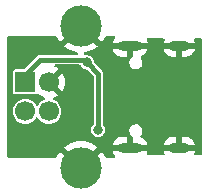
<source format=gbr>
%TF.GenerationSoftware,KiCad,Pcbnew,(6.0.11)*%
%TF.CreationDate,2023-06-18T18:32:15-07:00*%
%TF.ProjectId,usb-b-adapter,7573622d-622d-4616-9461-707465722e6b,rev?*%
%TF.SameCoordinates,Original*%
%TF.FileFunction,Copper,L2,Bot*%
%TF.FilePolarity,Positive*%
%FSLAX46Y46*%
G04 Gerber Fmt 4.6, Leading zero omitted, Abs format (unit mm)*
G04 Created by KiCad (PCBNEW (6.0.11)) date 2023-06-18 18:32:15*
%MOMM*%
%LPD*%
G01*
G04 APERTURE LIST*
%TA.AperFunction,ComponentPad*%
%ADD10R,1.700000X1.700000*%
%TD*%
%TA.AperFunction,ComponentPad*%
%ADD11C,1.700000*%
%TD*%
%TA.AperFunction,CastellatedPad*%
%ADD12C,3.500000*%
%TD*%
%TA.AperFunction,ComponentPad*%
%ADD13O,2.000000X0.900000*%
%TD*%
%TA.AperFunction,ComponentPad*%
%ADD14O,1.700000X0.900000*%
%TD*%
%TA.AperFunction,ViaPad*%
%ADD15C,0.800000*%
%TD*%
%TA.AperFunction,Conductor*%
%ADD16C,0.400000*%
%TD*%
G04 APERTURE END LIST*
D10*
%TO.P,J1,1,VBUS*%
%TO.N,VBUS*%
X121920000Y-104140000D03*
D11*
%TO.P,J1,2,D-*%
%TO.N,/D-*%
X121920000Y-106640000D03*
%TO.P,J1,3,D+*%
%TO.N,/D+*%
X123920000Y-106640000D03*
%TO.P,J1,4,GND*%
%TO.N,GND*%
X123920000Y-104140000D03*
D12*
%TO.P,J1,5,Shield*%
X126630000Y-111410000D03*
X126630000Y-99370000D03*
%TD*%
D13*
%TO.P,J2,S1,SHIELD*%
%TO.N,GND*%
X130792500Y-109725000D03*
%TO.P,J2,S2,SHIELD*%
X130792500Y-101075000D03*
D14*
%TO.P,J2,S3,SHIELD*%
X134962500Y-109725000D03*
%TO.P,J2,S4,SHIELD*%
X134962500Y-101075000D03*
%TD*%
D15*
%TO.N,VBUS*%
X128100000Y-108200000D03*
X127150000Y-102500000D03*
%TO.N,GND*%
X120800000Y-109000000D03*
X126900000Y-107200000D03*
X132950000Y-101050000D03*
X132900000Y-109750000D03*
X126850000Y-103700000D03*
X120850000Y-101700000D03*
%TD*%
D16*
%TO.N,VBUS*%
X123200000Y-102250000D02*
X126900000Y-102250000D01*
X121920000Y-104140000D02*
X121920000Y-103530000D01*
X126900000Y-102250000D02*
X127150000Y-102500000D01*
X121920000Y-103530000D02*
X123100000Y-102350000D01*
X128100000Y-108200000D02*
X128100000Y-103450000D01*
X123100000Y-102350000D02*
X123200000Y-102250000D01*
X128100000Y-103450000D02*
X127150000Y-102500000D01*
%TD*%
%TA.AperFunction,Conductor*%
%TO.N,GND*%
G36*
X124536100Y-100270002D02*
G01*
X124580985Y-100320272D01*
X124668490Y-100497714D01*
X124672614Y-100504857D01*
X124832470Y-100744099D01*
X124837488Y-100750639D01*
X124850147Y-100765074D01*
X124863386Y-100773472D01*
X124873151Y-100767638D01*
X125390789Y-100250000D01*
X126109210Y-100250000D01*
X125234116Y-101125095D01*
X125226601Y-101138856D01*
X125233059Y-101148216D01*
X125249361Y-101162512D01*
X125255901Y-101167530D01*
X125495144Y-101327387D01*
X125502281Y-101331508D01*
X125760349Y-101458772D01*
X125767953Y-101461922D01*
X126040420Y-101554412D01*
X126048383Y-101556546D01*
X126266444Y-101599921D01*
X126329353Y-101632829D01*
X126364485Y-101694524D01*
X126360685Y-101765418D01*
X126319159Y-101823004D01*
X126253092Y-101848999D01*
X126241862Y-101849500D01*
X123168481Y-101849500D01*
X123168477Y-101849501D01*
X123136567Y-101849501D01*
X123127140Y-101852564D01*
X123127133Y-101852565D01*
X123115647Y-101856297D01*
X123096427Y-101860911D01*
X123084493Y-101862801D01*
X123084485Y-101862803D01*
X123074696Y-101864354D01*
X123065865Y-101868854D01*
X123065861Y-101868855D01*
X123055093Y-101874342D01*
X123036832Y-101881906D01*
X123015910Y-101888704D01*
X123000918Y-101899597D01*
X122998116Y-101901632D01*
X122981259Y-101911962D01*
X122970493Y-101917448D01*
X122970492Y-101917449D01*
X122961658Y-101921950D01*
X122939091Y-101944517D01*
X122839092Y-102044515D01*
X121831012Y-103052595D01*
X121768700Y-103086621D01*
X121741917Y-103089500D01*
X121050252Y-103089500D01*
X121044184Y-103090707D01*
X121003939Y-103098712D01*
X121003938Y-103098712D01*
X120991769Y-103101133D01*
X120925448Y-103145448D01*
X120881133Y-103211769D01*
X120869500Y-103270252D01*
X120869500Y-105009748D01*
X120881133Y-105068231D01*
X120925448Y-105134552D01*
X120991769Y-105178867D01*
X121003938Y-105181288D01*
X121003939Y-105181288D01*
X121044184Y-105189293D01*
X121050252Y-105190500D01*
X122789748Y-105190500D01*
X122795816Y-105189293D01*
X122836061Y-105181288D01*
X122836062Y-105181288D01*
X122848231Y-105178867D01*
X122858546Y-105171975D01*
X122858550Y-105171973D01*
X122879228Y-105158156D01*
X122946981Y-105136941D01*
X123015448Y-105155724D01*
X123029715Y-105165977D01*
X123134434Y-105252916D01*
X123142881Y-105258831D01*
X123326756Y-105366279D01*
X123336043Y-105370729D01*
X123504861Y-105435194D01*
X123561364Y-105478181D01*
X123585657Y-105544893D01*
X123570027Y-105614147D01*
X123518288Y-105664565D01*
X123511846Y-105667933D01*
X123342002Y-105756726D01*
X123337201Y-105760586D01*
X123337198Y-105760588D01*
X123326971Y-105768811D01*
X123181447Y-105885815D01*
X123049024Y-106043630D01*
X123046053Y-106049033D01*
X123046051Y-106049037D01*
X123030999Y-106076417D01*
X122980654Y-106126476D01*
X122911237Y-106141370D01*
X122844788Y-106116370D01*
X122809333Y-106074872D01*
X122802112Y-106061291D01*
X122802110Y-106061287D01*
X122799218Y-106055849D01*
X122725859Y-105965902D01*
X122672906Y-105900975D01*
X122672903Y-105900972D01*
X122669011Y-105896200D01*
X122651786Y-105881950D01*
X122515025Y-105768811D01*
X122515021Y-105768809D01*
X122510275Y-105764882D01*
X122329055Y-105666897D01*
X122132254Y-105605977D01*
X122126129Y-105605333D01*
X122126128Y-105605333D01*
X121933498Y-105585087D01*
X121933496Y-105585087D01*
X121927369Y-105584443D01*
X121840529Y-105592346D01*
X121728342Y-105602555D01*
X121728339Y-105602556D01*
X121722203Y-105603114D01*
X121524572Y-105661280D01*
X121342002Y-105756726D01*
X121337201Y-105760586D01*
X121337198Y-105760588D01*
X121326971Y-105768811D01*
X121181447Y-105885815D01*
X121049024Y-106043630D01*
X121046056Y-106049028D01*
X121046053Y-106049033D01*
X121030999Y-106076417D01*
X120949776Y-106224162D01*
X120887484Y-106420532D01*
X120886798Y-106426649D01*
X120886797Y-106426653D01*
X120865207Y-106619137D01*
X120864520Y-106625262D01*
X120881759Y-106830553D01*
X120938544Y-107028586D01*
X120941359Y-107034063D01*
X120941360Y-107034066D01*
X121029897Y-107206341D01*
X121032712Y-107211818D01*
X121160677Y-107373270D01*
X121317564Y-107506791D01*
X121497398Y-107607297D01*
X121592238Y-107638112D01*
X121687471Y-107669056D01*
X121687475Y-107669057D01*
X121693329Y-107670959D01*
X121897894Y-107695351D01*
X121904029Y-107694879D01*
X121904031Y-107694879D01*
X121960039Y-107690569D01*
X122103300Y-107679546D01*
X122109230Y-107677890D01*
X122109232Y-107677890D01*
X122295797Y-107625800D01*
X122295796Y-107625800D01*
X122301725Y-107624145D01*
X122307214Y-107621372D01*
X122307220Y-107621370D01*
X122480116Y-107534033D01*
X122485610Y-107531258D01*
X122647951Y-107404424D01*
X122782564Y-107248472D01*
X122808683Y-107202494D01*
X122859722Y-107153144D01*
X122929340Y-107139221D01*
X122995433Y-107165147D01*
X123025763Y-107201665D01*
X123026555Y-107201155D01*
X123029897Y-107206340D01*
X123032712Y-107211818D01*
X123160677Y-107373270D01*
X123317564Y-107506791D01*
X123497398Y-107607297D01*
X123592238Y-107638112D01*
X123687471Y-107669056D01*
X123687475Y-107669057D01*
X123693329Y-107670959D01*
X123897894Y-107695351D01*
X123904029Y-107694879D01*
X123904031Y-107694879D01*
X123960039Y-107690569D01*
X124103300Y-107679546D01*
X124109230Y-107677890D01*
X124109232Y-107677890D01*
X124295797Y-107625800D01*
X124295796Y-107625800D01*
X124301725Y-107624145D01*
X124307214Y-107621372D01*
X124307220Y-107621370D01*
X124480116Y-107534033D01*
X124485610Y-107531258D01*
X124647951Y-107404424D01*
X124782564Y-107248472D01*
X124803387Y-107211818D01*
X124881276Y-107074707D01*
X124884323Y-107069344D01*
X124949351Y-106873863D01*
X124975171Y-106669474D01*
X124975583Y-106640000D01*
X124955480Y-106434970D01*
X124895935Y-106237749D01*
X124799218Y-106055849D01*
X124725859Y-105965902D01*
X124672906Y-105900975D01*
X124672903Y-105900972D01*
X124669011Y-105896200D01*
X124651786Y-105881950D01*
X124515025Y-105768811D01*
X124515021Y-105768809D01*
X124510275Y-105764882D01*
X124329055Y-105666897D01*
X124328478Y-105666718D01*
X124274922Y-105623096D01*
X124252853Y-105555617D01*
X124270771Y-105486918D01*
X124322985Y-105438812D01*
X124342588Y-105431092D01*
X124412252Y-105410192D01*
X124421842Y-105406433D01*
X124613098Y-105312738D01*
X124621944Y-105307465D01*
X124669247Y-105273723D01*
X124677648Y-105263023D01*
X124670660Y-105249870D01*
X123649885Y-104229095D01*
X123615859Y-104166783D01*
X123617694Y-104141132D01*
X124284408Y-104141132D01*
X124284539Y-104142965D01*
X124288790Y-104149580D01*
X125030474Y-104891264D01*
X125042484Y-104897823D01*
X125054223Y-104888855D01*
X125085004Y-104846019D01*
X125090315Y-104837180D01*
X125184670Y-104646267D01*
X125188469Y-104636672D01*
X125250376Y-104432915D01*
X125252555Y-104422834D01*
X125280590Y-104209887D01*
X125281109Y-104203212D01*
X125282572Y-104143364D01*
X125282378Y-104136646D01*
X125264781Y-103922604D01*
X125263096Y-103912424D01*
X125211214Y-103705875D01*
X125207894Y-103696124D01*
X125122972Y-103500814D01*
X125118105Y-103491739D01*
X125053063Y-103391197D01*
X125042377Y-103381995D01*
X125032812Y-103386398D01*
X124292022Y-104127188D01*
X124284408Y-104141132D01*
X123617694Y-104141132D01*
X123620924Y-104095968D01*
X123649885Y-104050905D01*
X124673389Y-103027401D01*
X124680410Y-103014544D01*
X124673611Y-103005213D01*
X124669554Y-103002518D01*
X124483117Y-102899599D01*
X124473705Y-102895369D01*
X124473435Y-102895273D01*
X124473341Y-102895205D01*
X124468989Y-102893249D01*
X124469393Y-102892351D01*
X124415899Y-102853679D01*
X124389983Y-102787581D01*
X124403917Y-102717965D01*
X124453276Y-102666934D01*
X124515495Y-102650500D01*
X126478172Y-102650500D01*
X126546293Y-102670502D01*
X126594580Y-102728281D01*
X126625464Y-102802841D01*
X126721718Y-102928282D01*
X126847159Y-103024536D01*
X126993238Y-103085044D01*
X127001426Y-103086122D01*
X127150000Y-103105682D01*
X127149616Y-103108596D01*
X127204142Y-103124606D01*
X127225116Y-103141509D01*
X127662595Y-103578988D01*
X127696621Y-103641300D01*
X127699500Y-103668083D01*
X127699500Y-107693269D01*
X127679498Y-107761390D01*
X127671382Y-107771460D01*
X127671718Y-107771718D01*
X127575464Y-107897159D01*
X127514956Y-108043238D01*
X127494318Y-108200000D01*
X127514956Y-108356762D01*
X127575464Y-108502841D01*
X127671718Y-108628282D01*
X127797159Y-108724536D01*
X127943238Y-108785044D01*
X128100000Y-108805682D01*
X128108188Y-108804604D01*
X128248574Y-108786122D01*
X128256762Y-108785044D01*
X128402841Y-108724536D01*
X128528282Y-108628282D01*
X128624536Y-108502841D01*
X128685044Y-108356762D01*
X128689240Y-108324891D01*
X130727920Y-108324891D01*
X130757733Y-108472743D01*
X130826207Y-108607132D01*
X130928299Y-108718156D01*
X130986897Y-108754488D01*
X131034251Y-108807383D01*
X131046500Y-108861574D01*
X131046500Y-109452885D01*
X131050975Y-109468124D01*
X131052365Y-109469329D01*
X131060048Y-109471000D01*
X132251729Y-109471000D01*
X132265260Y-109467027D01*
X132266137Y-109460925D01*
X132263394Y-109453470D01*
X133643249Y-109453470D01*
X133643683Y-109467564D01*
X133651864Y-109471000D01*
X134690385Y-109471000D01*
X134705624Y-109466525D01*
X134706829Y-109465135D01*
X134708500Y-109457452D01*
X134708500Y-109452885D01*
X135216500Y-109452885D01*
X135220975Y-109468124D01*
X135222365Y-109469329D01*
X135230048Y-109471000D01*
X136271729Y-109471000D01*
X136285260Y-109467027D01*
X136286137Y-109460925D01*
X136230190Y-109308864D01*
X136224623Y-109297451D01*
X136128792Y-109142892D01*
X136121040Y-109132826D01*
X135996092Y-109000697D01*
X135986474Y-108992395D01*
X135837513Y-108888092D01*
X135826419Y-108881892D01*
X135659520Y-108809668D01*
X135647417Y-108805829D01*
X135467900Y-108768325D01*
X135458348Y-108767085D01*
X135455116Y-108767000D01*
X135234615Y-108767000D01*
X135219376Y-108771475D01*
X135218171Y-108772865D01*
X135216500Y-108780548D01*
X135216500Y-109452885D01*
X134708500Y-109452885D01*
X134708500Y-108785115D01*
X134704025Y-108769876D01*
X134702635Y-108768671D01*
X134694952Y-108767000D01*
X134517053Y-108767000D01*
X134510678Y-108767323D01*
X134375223Y-108781082D01*
X134362783Y-108783636D01*
X134189256Y-108838016D01*
X134177568Y-108843025D01*
X134018521Y-108931187D01*
X134008088Y-108938438D01*
X133870009Y-109056785D01*
X133861256Y-109065976D01*
X133749789Y-109209680D01*
X133743065Y-109220440D01*
X133662768Y-109383625D01*
X133658345Y-109395519D01*
X133643249Y-109453470D01*
X132263394Y-109453470D01*
X132210190Y-109308864D01*
X132204623Y-109297451D01*
X132108792Y-109142892D01*
X132101040Y-109132826D01*
X131976092Y-109000697D01*
X131966474Y-108992395D01*
X131817513Y-108888092D01*
X131806416Y-108881890D01*
X131743368Y-108854607D01*
X131688793Y-108809197D01*
X131667433Y-108741489D01*
X131686069Y-108672982D01*
X131690702Y-108665981D01*
X131769964Y-108554448D01*
X131769967Y-108554443D01*
X131774942Y-108547442D01*
X131826033Y-108405532D01*
X131837080Y-108255109D01*
X131807267Y-108107257D01*
X131738793Y-107972868D01*
X131636701Y-107861844D01*
X131555154Y-107811283D01*
X131515813Y-107786890D01*
X131515810Y-107786889D01*
X131508514Y-107782365D01*
X131363675Y-107740285D01*
X131356697Y-107739773D01*
X131355292Y-107739669D01*
X131355281Y-107739669D01*
X131352985Y-107739500D01*
X131244715Y-107739500D01*
X131240470Y-107740082D01*
X131240463Y-107740082D01*
X131179978Y-107748368D01*
X131133068Y-107754794D01*
X131125184Y-107758206D01*
X131125183Y-107758206D01*
X131002529Y-107811283D01*
X131002527Y-107811284D01*
X130994645Y-107814695D01*
X130877430Y-107909614D01*
X130790058Y-108032558D01*
X130738967Y-108174468D01*
X130727920Y-108324891D01*
X128689240Y-108324891D01*
X128705682Y-108200000D01*
X128685044Y-108043238D01*
X128624536Y-107897159D01*
X128528282Y-107771718D01*
X128530614Y-107769928D01*
X128503379Y-107720052D01*
X128500500Y-107693269D01*
X128500500Y-103386567D01*
X128497436Y-103377136D01*
X128497435Y-103377132D01*
X128493703Y-103365647D01*
X128489087Y-103346422D01*
X128487197Y-103334488D01*
X128487197Y-103334487D01*
X128485646Y-103324696D01*
X128481145Y-103315863D01*
X128481144Y-103315859D01*
X128475659Y-103305094D01*
X128468093Y-103286830D01*
X128461296Y-103265910D01*
X128448361Y-103248107D01*
X128438035Y-103231255D01*
X128432554Y-103220498D01*
X128428050Y-103211658D01*
X128405487Y-103189095D01*
X128405484Y-103189091D01*
X127791509Y-102575116D01*
X127775004Y-102544891D01*
X130727920Y-102544891D01*
X130729617Y-102553306D01*
X130729617Y-102553309D01*
X130742454Y-102616969D01*
X130757733Y-102692743D01*
X130826207Y-102827132D01*
X130928299Y-102938156D01*
X130992392Y-102977895D01*
X131049187Y-103013110D01*
X131049190Y-103013111D01*
X131056486Y-103017635D01*
X131201325Y-103059715D01*
X131208303Y-103060227D01*
X131209708Y-103060331D01*
X131209719Y-103060331D01*
X131212015Y-103060500D01*
X131320285Y-103060500D01*
X131324530Y-103059918D01*
X131324537Y-103059918D01*
X131385022Y-103051632D01*
X131431932Y-103045206D01*
X131439817Y-103041794D01*
X131562471Y-102988717D01*
X131562473Y-102988716D01*
X131570355Y-102985305D01*
X131687570Y-102890386D01*
X131774942Y-102767442D01*
X131826033Y-102625532D01*
X131837080Y-102475109D01*
X131807267Y-102327257D01*
X131738793Y-102192868D01*
X131699657Y-102150308D01*
X131668271Y-102086626D01*
X131676297Y-102016085D01*
X131721186Y-101961080D01*
X131731319Y-101954820D01*
X131886479Y-101868813D01*
X131896912Y-101861562D01*
X132034991Y-101743215D01*
X132043744Y-101734024D01*
X132155211Y-101590320D01*
X132161935Y-101579560D01*
X132242232Y-101416375D01*
X132246655Y-101404481D01*
X132261751Y-101346530D01*
X132261521Y-101339075D01*
X133638863Y-101339075D01*
X133694810Y-101491136D01*
X133700377Y-101502549D01*
X133796208Y-101657108D01*
X133803960Y-101667174D01*
X133928908Y-101799303D01*
X133938526Y-101807605D01*
X134087487Y-101911908D01*
X134098581Y-101918108D01*
X134265480Y-101990332D01*
X134277583Y-101994171D01*
X134457100Y-102031675D01*
X134466652Y-102032915D01*
X134469884Y-102033000D01*
X134690385Y-102033000D01*
X134705624Y-102028525D01*
X134706829Y-102027135D01*
X134708500Y-102019452D01*
X134708500Y-102014885D01*
X135216500Y-102014885D01*
X135220975Y-102030124D01*
X135222365Y-102031329D01*
X135230048Y-102033000D01*
X135407947Y-102033000D01*
X135414322Y-102032677D01*
X135549777Y-102018918D01*
X135562217Y-102016364D01*
X135735744Y-101961984D01*
X135747432Y-101956975D01*
X135906479Y-101868813D01*
X135916912Y-101861562D01*
X136054991Y-101743215D01*
X136063744Y-101734024D01*
X136175211Y-101590320D01*
X136181935Y-101579560D01*
X136262232Y-101416375D01*
X136266655Y-101404481D01*
X136281751Y-101346530D01*
X136281317Y-101332436D01*
X136273136Y-101329000D01*
X135234615Y-101329000D01*
X135219376Y-101333475D01*
X135218171Y-101334865D01*
X135216500Y-101342548D01*
X135216500Y-102014885D01*
X134708500Y-102014885D01*
X134708500Y-101347115D01*
X134704025Y-101331876D01*
X134702635Y-101330671D01*
X134694952Y-101329000D01*
X133653271Y-101329000D01*
X133639740Y-101332973D01*
X133638863Y-101339075D01*
X132261521Y-101339075D01*
X132261317Y-101332436D01*
X132253136Y-101329000D01*
X131064615Y-101329000D01*
X131049376Y-101333475D01*
X131048171Y-101334865D01*
X131046500Y-101342548D01*
X131046500Y-101933657D01*
X131026498Y-102001778D01*
X130993783Y-102033630D01*
X130994645Y-102034695D01*
X130877430Y-102129614D01*
X130790058Y-102252558D01*
X130738967Y-102394468D01*
X130727920Y-102544891D01*
X127775004Y-102544891D01*
X127757483Y-102512804D01*
X127756101Y-102499945D01*
X127755682Y-102500000D01*
X127736122Y-102351426D01*
X127735044Y-102343238D01*
X127674536Y-102197159D01*
X127578282Y-102071718D01*
X127452841Y-101975464D01*
X127306762Y-101914956D01*
X127150000Y-101894318D01*
X127141812Y-101895396D01*
X127133553Y-101895396D01*
X127133553Y-101893780D01*
X127085143Y-101885459D01*
X127084088Y-101888703D01*
X127063166Y-101881905D01*
X127044906Y-101874341D01*
X127034141Y-101868856D01*
X127034137Y-101868855D01*
X127025304Y-101864354D01*
X127015513Y-101862803D01*
X127015512Y-101862803D01*
X127003578Y-101860913D01*
X126984353Y-101856297D01*
X126963434Y-101849500D01*
X126963947Y-101847922D01*
X126910029Y-101822365D01*
X126872499Y-101762098D01*
X126873509Y-101691109D01*
X126912739Y-101631935D01*
X126969306Y-101604745D01*
X127211617Y-101556546D01*
X127219580Y-101554412D01*
X127492047Y-101461922D01*
X127499651Y-101458772D01*
X127742375Y-101339075D01*
X129318863Y-101339075D01*
X129374810Y-101491136D01*
X129380377Y-101502549D01*
X129476208Y-101657108D01*
X129483960Y-101667174D01*
X129608908Y-101799303D01*
X129618526Y-101807605D01*
X129767487Y-101911908D01*
X129778581Y-101918108D01*
X129945480Y-101990332D01*
X129957583Y-101994171D01*
X130137100Y-102031675D01*
X130146652Y-102032915D01*
X130149884Y-102033000D01*
X130520385Y-102033000D01*
X130535624Y-102028525D01*
X130536829Y-102027135D01*
X130538500Y-102019452D01*
X130538500Y-101347115D01*
X130534025Y-101331876D01*
X130532635Y-101330671D01*
X130524952Y-101329000D01*
X129333271Y-101329000D01*
X129319740Y-101332973D01*
X129318863Y-101339075D01*
X127742375Y-101339075D01*
X127757719Y-101331508D01*
X127764856Y-101327387D01*
X128004099Y-101167530D01*
X128010639Y-101162512D01*
X128025074Y-101149853D01*
X128033472Y-101136614D01*
X128027638Y-101126849D01*
X127150790Y-100250000D01*
X127869211Y-100250000D01*
X128385095Y-100765884D01*
X128398856Y-100773399D01*
X128408216Y-100766941D01*
X128422512Y-100750639D01*
X128427530Y-100744099D01*
X128587386Y-100504857D01*
X128591510Y-100497714D01*
X128679015Y-100320272D01*
X128727083Y-100268023D01*
X128792021Y-100250000D01*
X129412802Y-100250000D01*
X129480923Y-100270002D01*
X129527416Y-100323658D01*
X129537520Y-100393932D01*
X129512362Y-100453226D01*
X129429789Y-100559680D01*
X129423065Y-100570440D01*
X129342768Y-100733625D01*
X129338345Y-100745519D01*
X129323249Y-100803470D01*
X129323683Y-100817564D01*
X129331864Y-100821000D01*
X132251729Y-100821000D01*
X132265260Y-100817027D01*
X132266137Y-100810925D01*
X132210190Y-100658864D01*
X132204621Y-100647446D01*
X132201800Y-100642896D01*
X132182903Y-100574461D01*
X132204004Y-100506673D01*
X132258405Y-100461054D01*
X132308886Y-100450500D01*
X133599655Y-100450500D01*
X133667776Y-100470502D01*
X133714269Y-100524158D01*
X133724373Y-100594432D01*
X133712709Y-100632130D01*
X133662771Y-100733617D01*
X133658345Y-100745519D01*
X133643249Y-100803470D01*
X133643683Y-100817564D01*
X133651864Y-100821000D01*
X136271729Y-100821000D01*
X136285260Y-100817027D01*
X136286137Y-100810925D01*
X136230190Y-100658864D01*
X136224621Y-100647446D01*
X136221800Y-100642896D01*
X136202903Y-100574461D01*
X136224004Y-100506673D01*
X136278405Y-100461054D01*
X136328886Y-100450500D01*
X136773500Y-100450500D01*
X136841621Y-100470502D01*
X136888114Y-100524158D01*
X136899500Y-100576500D01*
X136899500Y-110223500D01*
X136879498Y-110291621D01*
X136825842Y-110338114D01*
X136773500Y-110349500D01*
X136325345Y-110349500D01*
X136257224Y-110329498D01*
X136210731Y-110275842D01*
X136200627Y-110205568D01*
X136212291Y-110167870D01*
X136262229Y-110066383D01*
X136266655Y-110054481D01*
X136281751Y-109996530D01*
X136281317Y-109982436D01*
X136273136Y-109979000D01*
X133653271Y-109979000D01*
X133639740Y-109982973D01*
X133638863Y-109989075D01*
X133694810Y-110141136D01*
X133700379Y-110152554D01*
X133703200Y-110157104D01*
X133722097Y-110225539D01*
X133700996Y-110293327D01*
X133646595Y-110338946D01*
X133596114Y-110349500D01*
X132305345Y-110349500D01*
X132237224Y-110329498D01*
X132190731Y-110275842D01*
X132180627Y-110205568D01*
X132192291Y-110167870D01*
X132242229Y-110066383D01*
X132246655Y-110054481D01*
X132261751Y-109996530D01*
X132261317Y-109982436D01*
X132253136Y-109979000D01*
X129333271Y-109979000D01*
X129319740Y-109982973D01*
X129318863Y-109989075D01*
X129374810Y-110141136D01*
X129380377Y-110152549D01*
X129476208Y-110307108D01*
X129483955Y-110317168D01*
X129503113Y-110337427D01*
X129535384Y-110400665D01*
X129528344Y-110471312D01*
X129484227Y-110526937D01*
X129411564Y-110550000D01*
X128801883Y-110550000D01*
X128733762Y-110529998D01*
X128688877Y-110479728D01*
X128591508Y-110282282D01*
X128587387Y-110275145D01*
X128427530Y-110035901D01*
X128422512Y-110029361D01*
X128409853Y-110014926D01*
X128396614Y-110006528D01*
X128386849Y-110012362D01*
X127849211Y-110550000D01*
X127130790Y-110550000D01*
X128025884Y-109654905D01*
X128033399Y-109641144D01*
X128026941Y-109631784D01*
X128010639Y-109617488D01*
X128004099Y-109612470D01*
X127766139Y-109453470D01*
X129323249Y-109453470D01*
X129323683Y-109467564D01*
X129331864Y-109471000D01*
X130520385Y-109471000D01*
X130535624Y-109466525D01*
X130536829Y-109465135D01*
X130538500Y-109457452D01*
X130538500Y-108785115D01*
X130534025Y-108769876D01*
X130532635Y-108768671D01*
X130524952Y-108767000D01*
X130197053Y-108767000D01*
X130190678Y-108767323D01*
X130055223Y-108781082D01*
X130042783Y-108783636D01*
X129869256Y-108838016D01*
X129857568Y-108843025D01*
X129698521Y-108931187D01*
X129688088Y-108938438D01*
X129550009Y-109056785D01*
X129541256Y-109065976D01*
X129429789Y-109209680D01*
X129423065Y-109220440D01*
X129342768Y-109383625D01*
X129338345Y-109395519D01*
X129323249Y-109453470D01*
X127766139Y-109453470D01*
X127764856Y-109452613D01*
X127757719Y-109448492D01*
X127499651Y-109321228D01*
X127492047Y-109318078D01*
X127219580Y-109225588D01*
X127211617Y-109223454D01*
X126929400Y-109167317D01*
X126921249Y-109166244D01*
X126634119Y-109147425D01*
X126625881Y-109147425D01*
X126338751Y-109166244D01*
X126330600Y-109167317D01*
X126048383Y-109223454D01*
X126040420Y-109225588D01*
X125767953Y-109318078D01*
X125760349Y-109321228D01*
X125502282Y-109448492D01*
X125495145Y-109452613D01*
X125255901Y-109612470D01*
X125249361Y-109617488D01*
X125234926Y-109630147D01*
X125226528Y-109643386D01*
X125232362Y-109653151D01*
X126129210Y-110550000D01*
X125410789Y-110550000D01*
X124874905Y-110014116D01*
X124861144Y-110006601D01*
X124851784Y-110013059D01*
X124837488Y-110029361D01*
X124832470Y-110035901D01*
X124672613Y-110275145D01*
X124668492Y-110282282D01*
X124571123Y-110479728D01*
X124523055Y-110531977D01*
X124458117Y-110550000D01*
X120526500Y-110550000D01*
X120458379Y-110529998D01*
X120411886Y-110476342D01*
X120400500Y-110424000D01*
X120400500Y-100376000D01*
X120420502Y-100307879D01*
X120474158Y-100261386D01*
X120526500Y-100250000D01*
X124467979Y-100250000D01*
X124536100Y-100270002D01*
G37*
%TD.AperFunction*%
%TD*%
M02*

</source>
